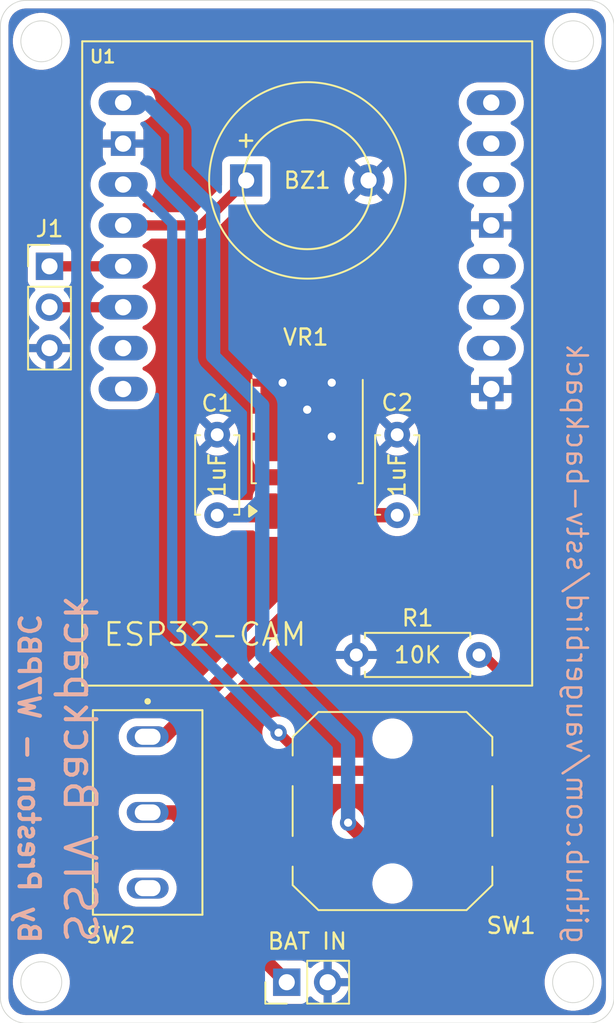
<source format=kicad_pcb>
(kicad_pcb (version 20241229) (generator "pcbnew") (generator_version "9.0")
  (title_block (title "SSTV Backpack") (date "2025-08-24") (rev "1.0"))
  (layers (0 "F.Cu" signal) (2 "B.Cu" signal) (13 "F.Paste" user) (15 "B.Paste" user) (5 "F.SilkS" user "F.Silkscreen") (7 "B.SilkS" user "B.Silkscreen") (1 "F.Mask" user) (3 "B.Mask" user) (25 "Edge.Cuts" user))
  (net 0 "")
  (net 9 "GND")
  (net 10 "+5V")
  (net 11 "/BUZZER")
  (net 12 "/8V IN")
  (net 13 "/PTT")
  (net 14 "/TX OUT")
  (net 15 "/CAPTURE")
  (net 16 "/VIN")
  (footprint "Package_TO_SOT_SMD:TO-252-2" (layer "F.Cu") (at 158.75 90.17 90)
    (property "Reference" "VR1" (at 5.755 -0.09 180) (layer "F.SilkS"))
    (property "Value" "LP38693DT-5.0" (hide yes))
    (fp_line (start 3.11 -3.45) (end -3.31 -3.45) (stroke (width 0.12)) (layer "F.SilkS"))
    (fp_line (start -3.31 -3.45) (end -3.31 -3.18) (stroke (width 0.12)) (layer "F.SilkS"))
    (fp_line (start 3.11 3.45) (end -3.31 3.45) (stroke (width 0.12)) (layer "F.SilkS"))
    (fp_line (start -3.31 3.45) (end -3.31 3.18) (stroke (width 0.12)) (layer "F.SilkS"))
    (fp_poly (pts (xy -5.04 -3.14) (xy -5.38 -3.61) (xy -4.7 -3.61) (xy -5.04 -3.14)) (stroke (width 0.12)) (fill yes) (layer "F.SilkS"))
    (pad "1" smd roundrect (at -5.04 -2.28 90) (size 2.2 1.2) (layers "F.Cu" "F.Mask" "F.Paste") (roundrect_rratio 0.208333) (net 10 "+5V"))
    (pad "2" smd roundrect (at -0.415 -1.525 90) (size 3.05 2.75) (layers "F.Cu" "F.Paste") (roundrect_rratio 0.090909) (net 9 "GND"))
    (pad "2" smd roundrect (at -0.415 1.525 90) (size 3.05 2.75) (layers "F.Cu" "F.Paste") (roundrect_rratio 0.090909) (net 9 "GND"))
    (pad "2" smd roundrect (at 1.26 0 90) (size 6.4 5.8) (layers "F.Cu" "F.Mask") (roundrect_rratio 0.043103) (net 9 "GND"))
    (pad "2" smd roundrect (at 2.935 -1.525 90) (size 3.05 2.75) (layers "F.Cu" "F.Paste") (roundrect_rratio 0.090909) (net 9 "GND"))
    (pad "2" smd roundrect (at 2.935 1.525 90) (size 3.05 2.75) (layers "F.Cu" "F.Paste") (roundrect_rratio 0.090909) (net 9 "GND"))
    (pad "3" smd roundrect (at -5.04 2.28 90) (size 2.2 1.2) (layers "F.Cu" "F.Mask" "F.Paste") (roundrect_rratio 0.208333) (net 12 "/8V IN"))
  )
  (footprint "Connector_PinHeader_2.54mm:PinHeader_1x02_P2.54mm_Vertical" (layer "F.Cu") (at 157.48 124.46 90)
    (property "Reference" "BAT IN" (at 2.54 1.275 180) (layer "F.SilkS"))
    (property "Value" "Conn_01x02_Pin" (hide yes))
    (fp_line (start -1.33 -1.33) (end 0 -1.33) (stroke (width 0.12)) (layer "F.SilkS"))
    (fp_line (start -1.33 0) (end -1.33 -1.33) (stroke (width 0.12)) (layer "F.SilkS"))
    (fp_line (start 1.33 1.27) (end 1.33 3.87) (stroke (width 0.12)) (layer "F.SilkS"))
    (fp_line (start -1.33 1.27) (end 1.33 1.27) (stroke (width 0.12)) (layer "F.SilkS"))
    (fp_line (start -1.33 1.27) (end -1.33 3.87) (stroke (width 0.12)) (layer "F.SilkS"))
    (fp_line (start -1.33 3.87) (end 1.33 3.87) (stroke (width 0.12)) (layer "F.SilkS"))
    (pad "1" thru_hole rect (at 0 0 90) (size 1.7 1.7) (drill 1) (layers "*.Cu" "*.Mask") (net 16 "/VIN"))
    (pad "2" thru_hole oval (at 0 2.54 90) (size 1.7 1.7) (drill 1) (layers "*.Cu" "*.Mask") (net 9 "GND"))
  )
  (footprint "Buzzer_Beeper:Buzzer_12x9.5RM7.6" (layer "F.Cu") (at 154.96 74.676)
    (property "Reference" "BZ1" (at 3.79 0 0) (layer "F.SilkS"))
    (property "Value" "Buzzer" (hide yes))
    (fp_circle (center 3.8 0) (end 9.9 0) (stroke (width 0.12)) (fill no) (layer "F.SilkS"))
    (fp_text user "+" (at -0.01 -2.54 0) (layer "F.SilkS"))
    (pad "1" thru_hole rect (at 0 0) (size 2 2) (drill 1) (layers "*.Cu" "*.Mask") (net 11 "/BUZZER"))
    (pad "2" thru_hole circle (at 7.6 0) (size 2 2) (drill 1) (layers "*.Cu" "*.Mask") (net 9 "GND"))
  )
  (footprint "SwitchSPDT:SW_SLW-1276864-4A-D" (layer "F.Cu") (at 148.844 113.92 -90)
    (property "Reference" "SW2" (at 7.62 2.286 180) (layer "F.SilkS"))
    (property "Value" "SLW-1276864-4A-D" (hide yes))
    (fp_line (start -6.35 3.4) (end 6.35 3.4) (stroke (width 0.127)) (layer "F.SilkS"))
    (fp_line (start 6.35 3.4) (end 6.35 -3.4) (stroke (width 0.127)) (layer "F.SilkS"))
    (fp_line (start -6.35 -3.4) (end -6.35 3.4) (stroke (width 0.127)) (layer "F.SilkS"))
    (fp_line (start 6.35 -3.4) (end -6.35 -3.4) (stroke (width 0.127)) (layer "F.SilkS"))
    (fp_circle (center -6.9 0) (end -6.8 0) (stroke (width 0.2)) (fill no) (layer "F.SilkS"))
    (pad "1" thru_hole oval (at -4.7 0 270) (size 1.3 2.6) (drill oval 1 1.6) (layers "*.Cu" "*.Mask") (net 12 "/8V IN"))
    (pad "2" thru_hole oval (at 0 0 270) (size 1.3 2.6) (drill oval 1 1.6) (layers "*.Cu" "*.Mask") (net 16 "/VIN"))
    (pad "3" thru_hole oval (at 4.7 0 270) (size 1.3 2.6) (drill oval 1 1.6) (layers "*.Cu" "*.Mask"))
  )
  (footprint "ESP32-CAM:ESP32-CAM" (layer "F.Cu") (at 158.75 80.01 180)
    (property "Reference" "U1" (at 12.7 13.0175 0) (layer "F.SilkS") (effects (font (size 0.787402 0.787402))))
    (property "Value" "ESP32-CAM")
    (fp_line (start 13.97 13.97) (end 13.97 -26.035) (stroke (width 0.127)) (layer "F.SilkS"))
    (fp_line (start 13.97 -26.035) (end -13.97 -26.035) (stroke (width 0.127)) (layer "F.SilkS"))
    (fp_line (start -13.97 13.97) (end 13.97 13.97) (stroke (width 0.127)) (layer "F.SilkS"))
    (fp_line (start -13.97 -26.035) (end -13.97 13.97) (stroke (width 0.127)) (layer "F.SilkS"))
    (fp_circle (center 0 5.08) (end 4.01609 5.08) (stroke (width 0.127)) (fill no) (layer "F.SilkS"))
    (fp_text user "ESP32-CAM" (at 6.35 -22.86 0) (layer "F.SilkS") (effects (font (size 1.4 1.4))))
    (pad "P$1" thru_hole rect (at -11.43 -7.62 180) (size 1.524 1.524) (drill 1.016) (layers "*.Cu" "*.Mask") (net 9 "GND"))
    (pad "P$2" thru_hole oval (at -11.43 -5.08 180) (size 3.048 1.524) (drill 1.016) (layers "*.Cu" "*.Mask"))
    (pad "P$3" thru_hole oval (at -11.43 -2.54 180) (size 3.048 1.524) (drill 1.016) (layers "*.Cu" "*.Mask"))
    (pad "P$4" thru_hole oval (at -11.43 0 180) (size 3.048 1.524) (drill 1.016) (layers "*.Cu" "*.Mask"))
    (pad "P$5" thru_hole rect (at -11.43 2.54 180) (size 1.524 1.524) (drill 1.016) (layers "*.Cu" "*.Mask") (net 9 "GND"))
    (pad "P$6" thru_hole oval (at -11.43 5.08 180) (size 3.048 1.524) (drill 1.016) (layers "*.Cu" "*.Mask"))
    (pad "P$7" thru_hole oval (at -11.43 7.62 180) (size 3.048 1.524) (drill 1.016) (layers "*.Cu" "*.Mask"))
    (pad "P$8" thru_hole oval (at -11.43 10.16 180) (size 3.048 1.524) (drill 1.016) (layers "*.Cu" "*.Mask"))
    (pad "P$9" thru_hole oval (at 11.43 10.16 180) (size 3.048 1.524) (drill 1.016) (layers "*.Cu" "*.Mask") (net 10 "+5V"))
    (pad "P$10" thru_hole rect (at 11.43 7.62 180) (size 1.524 1.524) (drill 1.016) (layers "*.Cu" "*.Mask") (net 9 "GND"))
    (pad "P$11" thru_hole oval (at 11.43 5.08 180) (size 3.048 1.524) (drill 1.016) (layers "*.Cu" "*.Mask") (net 15 "/CAPTURE"))
    (pad "P$12" thru_hole oval (at 11.43 2.54 180) (size 3.048 1.524) (drill 1.016) (layers "*.Cu" "*.Mask") (net 11 "/BUZZER"))
    (pad "P$13" thru_hole oval (at 11.43 0 180) (size 3.048 1.524) (drill 1.016) (layers "*.Cu" "*.Mask") (net 13 "/PTT"))
    (pad "P$14" thru_hole oval (at 11.43 -2.54 180) (size 3.048 1.524) (drill 1.016) (layers "*.Cu" "*.Mask") (net 14 "/TX OUT"))
    (pad "P$15" thru_hole oval (at 11.43 -5.08 180) (size 3.048 1.524) (drill 1.016) (layers "*.Cu" "*.Mask"))
    (pad "P$16" thru_hole oval (at 11.43 -7.62 180) (size 3.048 1.524) (drill 1.016) (layers "*.Cu" "*.Mask"))
  )
  (footprint "Capacitor_THT:C_Disc_D4.7mm_W2.5mm_P5.00mm" (layer "F.Cu") (at 164.338 95.464 90)
    (property "Reference" "C2" (at 6.985 0 0) (layer "F.SilkS"))
    (property "Value" "1uF" (at 2.5 0 90) (layer "F.SilkS"))
    (fp_line (start 4.97 -1.37) (end 4.97 -1.055) (stroke (width 0.12)) (layer "F.SilkS"))
    (fp_line (start 0.03 -1.37) (end 4.97 -1.37) (stroke (width 0.12)) (layer "F.SilkS"))
    (fp_line (start 0.03 -1.37) (end 0.03 -1.055) (stroke (width 0.12)) (layer "F.SilkS"))
    (fp_line (start 4.97 1.055) (end 4.97 1.37) (stroke (width 0.12)) (layer "F.SilkS"))
    (fp_line (start 0.03 1.055) (end 0.03 1.37) (stroke (width 0.12)) (layer "F.SilkS"))
    (fp_line (start 0.03 1.37) (end 4.97 1.37) (stroke (width 0.12)) (layer "F.SilkS"))
    (pad "1" thru_hole circle (at 0 0 90) (size 1.6 1.6) (drill 0.8) (layers "*.Cu" "*.Mask") (net 12 "/8V IN"))
    (pad "2" thru_hole circle (at 5 0 90) (size 1.6 1.6) (drill 0.8) (layers "*.Cu" "*.Mask") (net 9 "GND"))
  )
  (footprint "Connector_PinHeader_2.54mm:PinHeader_1x03_P2.54mm_Vertical" (layer "F.Cu") (at 142.748 80.01)
    (property "Reference" "J1" (at 0 -2.33 0) (layer "F.SilkS"))
    (property "Value" "Conn_01x03_Pin" (hide yes))
    (fp_line (start -1.33 -1.33) (end 0 -1.33) (stroke (width 0.12)) (layer "F.SilkS"))
    (fp_line (start -1.33 0) (end -1.33 -1.33) (stroke (width 0.12)) (layer "F.SilkS"))
    (fp_line (start -1.33 1.27) (end -1.33 6.41) (stroke (width 0.12)) (layer "F.SilkS"))
    (fp_line (start -1.33 1.27) (end 1.33 1.27) (stroke (width 0.12)) (layer "F.SilkS"))
    (fp_line (start -1.33 6.41) (end 1.33 6.41) (stroke (width 0.12)) (layer "F.SilkS"))
    (fp_line (start 1.33 1.27) (end 1.33 6.41) (stroke (width 0.12)) (layer "F.SilkS"))
    (pad "1" thru_hole rect (at 0 0) (size 1.7 1.7) (drill 1) (layers "*.Cu" "*.Mask") (net 13 "/PTT"))
    (pad "2" thru_hole oval (at 0 2.54) (size 1.7 1.7) (drill 1) (layers "*.Cu" "*.Mask") (net 14 "/TX OUT"))
    (pad "3" thru_hole oval (at 0 5.08) (size 1.7 1.7) (drill 1) (layers "*.Cu" "*.Mask") (net 9 "GND"))
  )
  (footprint "Capacitor_THT:C_Disc_D4.7mm_W2.5mm_P5.00mm" (layer "F.Cu") (at 153.162 95.464 90)
    (property "Reference" "C1" (at 6.945 0 180) (layer "F.SilkS"))
    (property "Value" "1uF" (at 2.5 0 270) (layer "F.SilkS"))
    (fp_line (start 4.97 -1.37) (end 4.97 -1.055) (stroke (width 0.12)) (layer "F.SilkS"))
    (fp_line (start 0.03 -1.37) (end 4.97 -1.37) (stroke (width 0.12)) (layer "F.SilkS"))
    (fp_line (start 0.03 -1.37) (end 0.03 -1.055) (stroke (width 0.12)) (layer "F.SilkS"))
    (fp_line (start 4.97 1.055) (end 4.97 1.37) (stroke (width 0.12)) (layer "F.SilkS"))
    (fp_line (start 0.03 1.055) (end 0.03 1.37) (stroke (width 0.12)) (layer "F.SilkS"))
    (fp_line (start 0.03 1.37) (end 4.97 1.37) (stroke (width 0.12)) (layer "F.SilkS"))
    (pad "1" thru_hole circle (at 0 0 90) (size 1.6 1.6) (drill 0.8) (layers "*.Cu" "*.Mask") (net 10 "+5V"))
    (pad "2" thru_hole circle (at 5 0 90) (size 1.6 1.6) (drill 0.8) (layers "*.Cu" "*.Mask") (net 9 "GND"))
  )
  (footprint "Button_Switch_SMD:SW_Push_1P1T_NO_CK_PTS125Sx43PSMTR" (layer "F.Cu") (at 164.046 113.832)
    (property "Reference" "SW1" (at 7.366 7.112 0) (layer "F.SilkS"))
    (property "Value" "SW_Push" (hide yes))
    (fp_line (start -6.2 -4.6) (end -4.6 -6.15) (stroke (width 0.12)) (layer "F.SilkS"))
    (fp_line (start -6.2 -3.45) (end -6.2 -4.6) (stroke (width 0.12)) (layer "F.SilkS"))
    (fp_line (start -6.2 -1.55) (end -6.2 1.55) (stroke (width 0.12)) (layer "F.SilkS"))
    (fp_line (start -6.2 3.45) (end -6.2 4.6) (stroke (width 0.12)) (layer "F.SilkS"))
    (fp_line (start -6.2 4.6) (end -4.6 6.15) (stroke (width 0.12)) (layer "F.SilkS"))
    (fp_line (start -4.6 -6.15) (end 4.6 -6.15) (stroke (width 0.12)) (layer "F.SilkS"))
    (fp_line (start -4.6 6.15) (end 4.6 6.15) (stroke (width 0.12)) (layer "F.SilkS"))
    (fp_line (start 4.6 -6.15) (end 6.2 -4.6) (stroke (width 0.12)) (layer "F.SilkS"))
    (fp_line (start 4.6 6.15) (end 6.2 4.6) (stroke (width 0.12)) (layer "F.SilkS"))
    (fp_line (start 6.2 -3.45) (end 6.2 -4.6) (stroke (width 0.12)) (layer "F.SilkS"))
    (fp_line (start 6.2 -1.55) (end 6.2 1.55) (stroke (width 0.12)) (layer "F.SilkS"))
    (fp_line (start 6.2 3.45) (end 6.2 4.6) (stroke (width 0.12)) (layer "F.SilkS"))
    (pad "" np_thru_hole circle (at 0 -4.5) (size 2 2) (drill 2) (layers "*.Cu" "*.Mask"))
    (pad "" np_thru_hole circle (at 0 4.5) (size 2 2) (drill 2) (layers "*.Cu" "*.Mask"))
    (pad "1" smd rect (at -7.15 -2.5) (size 2 1.5) (layers "F.Cu" "F.Mask" "F.Paste") (net 15 "/CAPTURE"))
    (pad "1" smd rect (at 7.15 -2.5) (size 2 1.5) (layers "F.Cu" "F.Mask" "F.Paste") (net 15 "/CAPTURE"))
    (pad "2" smd rect (at -7.15 2.5) (size 2 1.5) (layers "F.Cu" "F.Mask" "F.Paste") (net 10 "+5V"))
    (pad "2" smd rect (at 7.15 2.5) (size 2 1.5) (layers "F.Cu" "F.Mask" "F.Paste") (net 10 "+5V"))
  )
  (footprint "Resistor_THT:R_Axial_DIN0207_L6.3mm_D2.5mm_P7.62mm_Horizontal" (layer "F.Cu") (at 169.418 104.14 180)
    (property "Reference" "R1" (at 3.81 2.286 180) (layer "F.SilkS"))
    (property "Value" "10K" (at 3.81 0 180) (layer "F.SilkS"))
    (fp_line (start 7.08 1.37) (end 7.08 1.04) (stroke (width 0.12)) (layer "F.SilkS"))
    (fp_line (start 7.08 -1.37) (end 7.08 -1.04) (stroke (width 0.12)) (layer "F.SilkS"))
    (fp_line (start 0.54 1.37) (end 7.08 1.37) (stroke (width 0.12)) (layer "F.SilkS"))
    (fp_line (start 0.54 1.04) (end 0.54 1.37) (stroke (width 0.12)) (layer "F.SilkS"))
    (fp_line (start 0.54 -1.04) (end 0.54 -1.37) (stroke (width 0.12)) (layer "F.SilkS"))
    (fp_line (start 0.54 -1.37) (end 7.08 -1.37) (stroke (width 0.12)) (layer "F.SilkS"))
    (pad "1" thru_hole circle (at 0 0 180) (size 1.6 1.6) (drill 0.8) (layers "*.Cu" "*.Mask") (net 15 "/CAPTURE"))
    (pad "2" thru_hole oval (at 7.62 0 180) (size 1.6 1.6) (drill 0.8) (layers "*.Cu" "*.Mask") (net 9 "GND"))
  )
  (gr_circle (center 175.26 66.04) (end 175.26 64.77) (stroke (width 0.05)) (fill no) (layer "Edge.Cuts"))
  (gr_line (start 176.2125 127) (end 141.2875 127) (stroke (width 0.05)) (layer "Edge.Cuts"))
  (gr_arc (start 141.2875 127) (mid 140.164968 126.535032) (end 139.7 125.4125) (stroke (width 0.05)) (layer "Edge.Cuts"))
  (gr_line (start 141.2875 63.5) (end 176.2125 63.5) (stroke (width 0.05)) (layer "Edge.Cuts"))
  (gr_arc (start 176.2125 63.5) (mid 177.335032 63.964968) (end 177.8 65.0875) (stroke (width 0.05)) (layer "Edge.Cuts"))
  (gr_arc (start 177.8 125.4125) (mid 177.335032 126.535032) (end 176.2125 127) (stroke (width 0.05)) (layer "Edge.Cuts"))
  (gr_circle (center 175.26 124.46) (end 175.26 125.73) (stroke (width 0.05)) (fill no) (layer "Edge.Cuts"))
  (gr_circle (center 142.24 124.46) (end 142.24 125.73) (stroke (width 0.05)) (fill no) (layer "Edge.Cuts"))
  (gr_line (start 177.8 65.0875) (end 177.8 125.4125) (stroke (width 0.05)) (layer "Edge.Cuts"))
  (gr_arc (start 139.7 65.0875) (mid 140.164968 63.964968) (end 141.2875 63.5) (stroke (width 0.05)) (layer "Edge.Cuts"))
  (gr_circle (center 142.24 66.04) (end 142.24 64.77) (stroke (width 0.05)) (fill no) (layer "Edge.Cuts"))
  (gr_line (start 139.7 125.4125) (end 139.7 65.0875) (stroke (width 0.05)) (layer "Edge.Cuts"))
  (gr_text "By Preston - W7PBC" (at 140.716 122.174 270) (layer "B.SilkS") (effects (font (size 1.27 1.27) (thickness 0.254) (bold yes)) (justify left bottom mirror)))
  (gr_text "github.com/vaugerbird/sstv-backpack" (at 174.752 122.174 270) (layer "B.SilkS") (effects (font (size 1.27 1.27) (thickness 0.15875)) (justify left bottom mirror)))
  (gr_text "SSTV Backpack" (at 143.51 122.174 270) (layer "B.SilkS") (effects (font (size 1.905 1.905) (thickness 0.254)) (justify left bottom mirror)))
  (via (at 157.225 87.235) (size 1.016) (drill 0.508) (layers "F.Cu" "B.Cu") (net 9))
  (via (at 160.275 90.585) (size 1.016) (drill 0.508) (layers "F.Cu" "B.Cu") (net 9))
  (via (at 160.275 87.235) (size 1.016) (drill 0.508) (layers "F.Cu" "B.Cu") (net 9))
  (via (at 158.75 88.91) (size 1.016) (drill 0.508) (layers "F.Cu" "B.Cu") (net 9))
  (via (at 158.75 88.91) (size 1.016) (drill 0.508) (layers "F.Cu" "B.Cu") (net 9))
  (segment (start 153.162 95.464) (end 156.216 95.464) (width 0.889) (layer "F.Cu") (net 10))
  (segment (start 161.29 114.554) (end 163.068 116.332) (width 0.889) (layer "F.Cu") (net 10))
  (segment (start 156.216 95.464) (end 156.47 95.21) (width 0.889) (layer "F.Cu") (net 10))
  (segment (start 156.896 116.332) (end 163.068 116.332) (width 0.889) (layer "F.Cu") (net 10))
  (segment (start 163.068 116.332) (end 171.196 116.332) (width 0.889) (layer "F.Cu") (net 10))
  (via (at 161.29 114.554) (size 1.016) (drill 0.508) (layers "F.Cu" "B.Cu") (net 10))
  (segment (start 161.29 109.474) (end 155.956 104.14) (width 0.889) (layer "B.Cu") (net 10))
  (segment (start 154.98 95.464) (end 155.956 94.488) (width 0.889) (layer "B.Cu") (net 10))
  (segment (start 150.622 74.168) (end 150.622 71.628) (width 0.889) (layer "B.Cu") (net 10))
  (segment (start 150.622 71.628) (end 148.844 69.85) (width 0.889) (layer "B.Cu") (net 10))
  (segment (start 152.908 76.454) (end 150.622 74.168) (width 0.889) (layer "B.Cu") (net 10))
  (segment (start 153.162 95.464) (end 154.98 95.464) (width 0.889) (layer "B.Cu") (net 10))
  (segment (start 152.908 85.598) (end 152.908 76.454) (width 0.889) (layer "B.Cu") (net 10))
  (segment (start 155.956 94.488) (end 155.956 88.646) (width 0.889) (layer "B.Cu") (net 10))
  (segment (start 148.844 69.85) (end 147.32 69.85) (width 0.889) (layer "B.Cu") (net 10))
  (segment (start 155.956 104.14) (end 155.956 94.488) (width 0.889) (layer "B.Cu") (net 10))
  (segment (start 161.29 114.554) (end 161.29 109.474) (width 0.889) (layer "B.Cu") (net 10))
  (segment (start 155.956 88.646) (end 152.908 85.598) (width 0.889) (layer "B.Cu") (net 10))
  (segment (start 147.32 77.47) (end 152.166 77.47) (width 0.635) (layer "F.Cu") (net 11))
  (segment (start 152.166 77.47) (end 154.96 74.676) (width 0.635) (layer "F.Cu") (net 11))
  (segment (start 149.86 109.22) (end 158.75 100.33) (width 0.889) (layer "F.Cu") (net 12))
  (segment (start 158.75 100.33) (end 158.75 98.806) (width 0.889) (layer "F.Cu") (net 12))
  (segment (start 161.03 96.526) (end 161.03 95.21) (width 0.889) (layer "F.Cu") (net 12))
  (segment (start 148.844 109.22) (end 149.86 109.22) (width 0.889) (layer "F.Cu") (net 12))
  (segment (start 161.284 95.464) (end 161.03 95.21) (width 0.889) (layer "F.Cu") (net 12))
  (segment (start 158.75 98.806) (end 161.03 96.526) (width 0.889) (layer "F.Cu") (net 12))
  (segment (start 164.338 95.464) (end 161.284 95.464) (width 0.889) (layer "F.Cu") (net 12))
  (segment (start 142.748 80.01) (end 147.32 80.01) (width 0.635) (layer "F.Cu") (net 13))
  (segment (start 142.748 82.55) (end 147.32 82.55) (width 0.635) (layer "F.Cu") (net 14))
  (segment (start 171.196 105.664) (end 169.672 104.14) (width 0.635) (layer "F.Cu") (net 15))
  (segment (start 156.896 111.332) (end 159.338 111.332) (width 0.635) (layer "F.Cu") (net 15))
  (segment (start 156.972 108.966) (end 159.338 111.332) (width 0.635) (layer "F.Cu") (net 15))
  (segment (start 169.672 104.14) (end 169.418 104.14) (width 0.635) (layer "F.Cu") (net 15))
  (segment (start 171.196 111.332) (end 171.196 105.664) (width 0.635) (layer "F.Cu") (net 15))
  (segment (start 159.338 111.332) (end 171.196 111.332) (width 0.635) (layer "F.Cu") (net 15))
  (via (at 156.972 108.966) (size 1.016) (drill 0.508) (layers "F.Cu" "B.Cu") (net 15))
  (segment (start 147.955 74.93) (end 147.32 74.93) (width 0.635) (layer "B.Cu") (net 15))
  (segment (start 150.368 77.343) (end 147.955 74.93) (width 0.635) (layer "B.Cu") (net 15))
  (segment (start 156.972 108.966) (end 150.368 102.362) (width 0.635) (layer "B.Cu") (net 15))
  (segment (start 150.368 102.362) (end 150.368 77.343) (width 0.635) (layer "B.Cu") (net 15))
  (segment (start 152.908 116.332) (end 150.496 113.92) (width 0.889) (layer "F.Cu") (net 16))
  (segment (start 152.908 119.888) (end 152.908 116.332) (width 0.889) (layer "F.Cu") (net 16))
  (segment (start 150.496 113.92) (end 148.844 113.92) (width 0.889) (layer "F.Cu") (net 16))
  (segment (start 157.48 124.46) (end 152.908 119.888) (width 0.889) (layer "F.Cu") (net 16))
  (zone (net 9) (net_name "GND") (layer "F.Cu") (connect_pads (clearance 0.5)) (min_thickness 0.25) (fill yes (thermal_gap 0.5) (thermal_bridge_width 0.5) (smoothing fillet) (radius 1.5875))
    (polygon (pts (xy 139.7 63.5) (xy 177.8 63.5) (xy 177.8 127) (xy 139.7 127)))
  )
  (zone (net 9) (net_name "GND") (layer "B.Cu") (priority 1) (connect_pads (clearance 0.5)) (min_thickness 0.25) (fill yes (thermal_gap 0.5) (thermal_bridge_width 0.5) (smoothing fillet) (radius 1.5875))
    (polygon (pts (xy 139.7 63.5) (xy 177.8 63.5) (xy 177.8 127) (xy 139.7 127)))
  )
)
</source>
